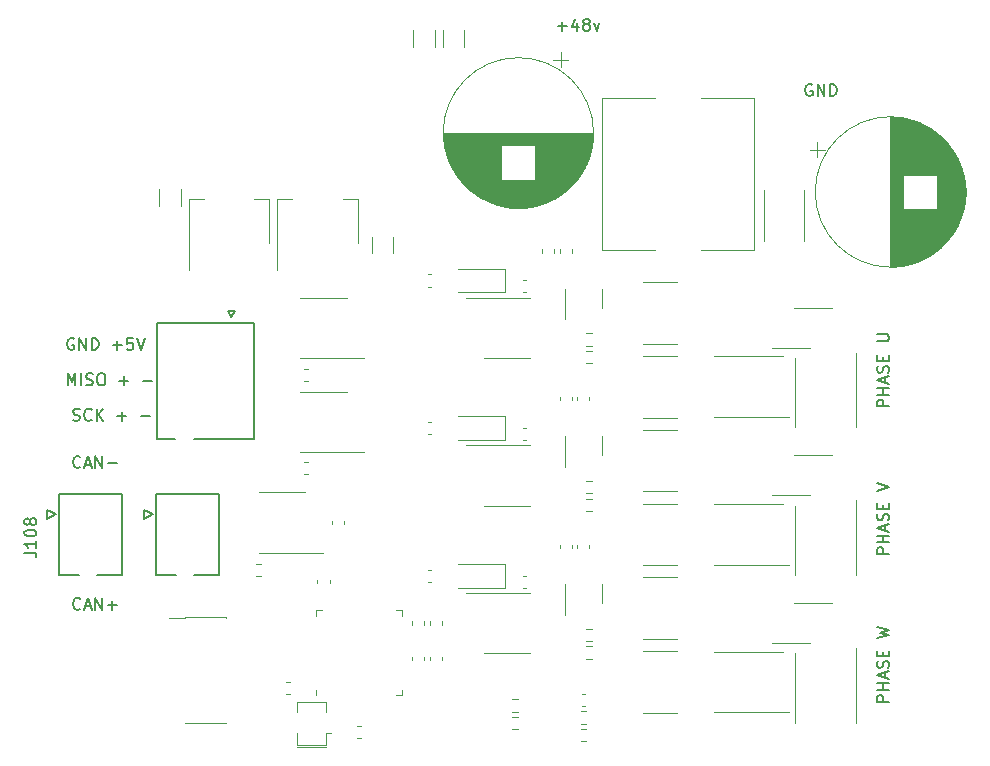
<source format=gbr>
%TF.GenerationSoftware,KiCad,Pcbnew,7.0.5-1.fc38*%
%TF.CreationDate,2023-06-18T19:22:27-04:00*%
%TF.ProjectId,radome_dish_controller,7261646f-6d65-45f6-9469-73685f636f6e,rev?*%
%TF.SameCoordinates,Original*%
%TF.FileFunction,Legend,Top*%
%TF.FilePolarity,Positive*%
%FSLAX46Y46*%
G04 Gerber Fmt 4.6, Leading zero omitted, Abs format (unit mm)*
G04 Created by KiCad (PCBNEW 7.0.5-1.fc38) date 2023-06-18 19:22:27*
%MOMM*%
%LPD*%
G01*
G04 APERTURE LIST*
%ADD10C,0.150000*%
%ADD11C,0.120000*%
%ADD12C,0.127000*%
G04 APERTURE END LIST*
D10*
X167369819Y-80163220D02*
X166369819Y-80163220D01*
X166369819Y-80163220D02*
X166369819Y-79782268D01*
X166369819Y-79782268D02*
X166417438Y-79687030D01*
X166417438Y-79687030D02*
X166465057Y-79639411D01*
X166465057Y-79639411D02*
X166560295Y-79591792D01*
X166560295Y-79591792D02*
X166703152Y-79591792D01*
X166703152Y-79591792D02*
X166798390Y-79639411D01*
X166798390Y-79639411D02*
X166846009Y-79687030D01*
X166846009Y-79687030D02*
X166893628Y-79782268D01*
X166893628Y-79782268D02*
X166893628Y-80163220D01*
X167369819Y-79163220D02*
X166369819Y-79163220D01*
X166846009Y-79163220D02*
X166846009Y-78591792D01*
X167369819Y-78591792D02*
X166369819Y-78591792D01*
X167084104Y-78163220D02*
X167084104Y-77687030D01*
X167369819Y-78258458D02*
X166369819Y-77925125D01*
X166369819Y-77925125D02*
X167369819Y-77591792D01*
X167322200Y-77306077D02*
X167369819Y-77163220D01*
X167369819Y-77163220D02*
X167369819Y-76925125D01*
X167369819Y-76925125D02*
X167322200Y-76829887D01*
X167322200Y-76829887D02*
X167274580Y-76782268D01*
X167274580Y-76782268D02*
X167179342Y-76734649D01*
X167179342Y-76734649D02*
X167084104Y-76734649D01*
X167084104Y-76734649D02*
X166988866Y-76782268D01*
X166988866Y-76782268D02*
X166941247Y-76829887D01*
X166941247Y-76829887D02*
X166893628Y-76925125D01*
X166893628Y-76925125D02*
X166846009Y-77115601D01*
X166846009Y-77115601D02*
X166798390Y-77210839D01*
X166798390Y-77210839D02*
X166750771Y-77258458D01*
X166750771Y-77258458D02*
X166655533Y-77306077D01*
X166655533Y-77306077D02*
X166560295Y-77306077D01*
X166560295Y-77306077D02*
X166465057Y-77258458D01*
X166465057Y-77258458D02*
X166417438Y-77210839D01*
X166417438Y-77210839D02*
X166369819Y-77115601D01*
X166369819Y-77115601D02*
X166369819Y-76877506D01*
X166369819Y-76877506D02*
X166417438Y-76734649D01*
X166846009Y-76306077D02*
X166846009Y-75972744D01*
X167369819Y-75829887D02*
X167369819Y-76306077D01*
X167369819Y-76306077D02*
X166369819Y-76306077D01*
X166369819Y-76306077D02*
X166369819Y-75829887D01*
X166369819Y-74734648D02*
X167369819Y-74496553D01*
X167369819Y-74496553D02*
X166655533Y-74306077D01*
X166655533Y-74306077D02*
X167369819Y-74115601D01*
X167369819Y-74115601D02*
X166369819Y-73877506D01*
X167369819Y-67663220D02*
X166369819Y-67663220D01*
X166369819Y-67663220D02*
X166369819Y-67282268D01*
X166369819Y-67282268D02*
X166417438Y-67187030D01*
X166417438Y-67187030D02*
X166465057Y-67139411D01*
X166465057Y-67139411D02*
X166560295Y-67091792D01*
X166560295Y-67091792D02*
X166703152Y-67091792D01*
X166703152Y-67091792D02*
X166798390Y-67139411D01*
X166798390Y-67139411D02*
X166846009Y-67187030D01*
X166846009Y-67187030D02*
X166893628Y-67282268D01*
X166893628Y-67282268D02*
X166893628Y-67663220D01*
X167369819Y-66663220D02*
X166369819Y-66663220D01*
X166846009Y-66663220D02*
X166846009Y-66091792D01*
X167369819Y-66091792D02*
X166369819Y-66091792D01*
X167084104Y-65663220D02*
X167084104Y-65187030D01*
X167369819Y-65758458D02*
X166369819Y-65425125D01*
X166369819Y-65425125D02*
X167369819Y-65091792D01*
X167322200Y-64806077D02*
X167369819Y-64663220D01*
X167369819Y-64663220D02*
X167369819Y-64425125D01*
X167369819Y-64425125D02*
X167322200Y-64329887D01*
X167322200Y-64329887D02*
X167274580Y-64282268D01*
X167274580Y-64282268D02*
X167179342Y-64234649D01*
X167179342Y-64234649D02*
X167084104Y-64234649D01*
X167084104Y-64234649D02*
X166988866Y-64282268D01*
X166988866Y-64282268D02*
X166941247Y-64329887D01*
X166941247Y-64329887D02*
X166893628Y-64425125D01*
X166893628Y-64425125D02*
X166846009Y-64615601D01*
X166846009Y-64615601D02*
X166798390Y-64710839D01*
X166798390Y-64710839D02*
X166750771Y-64758458D01*
X166750771Y-64758458D02*
X166655533Y-64806077D01*
X166655533Y-64806077D02*
X166560295Y-64806077D01*
X166560295Y-64806077D02*
X166465057Y-64758458D01*
X166465057Y-64758458D02*
X166417438Y-64710839D01*
X166417438Y-64710839D02*
X166369819Y-64615601D01*
X166369819Y-64615601D02*
X166369819Y-64377506D01*
X166369819Y-64377506D02*
X166417438Y-64234649D01*
X166846009Y-63806077D02*
X166846009Y-63472744D01*
X167369819Y-63329887D02*
X167369819Y-63806077D01*
X167369819Y-63806077D02*
X166369819Y-63806077D01*
X166369819Y-63806077D02*
X166369819Y-63329887D01*
X166369819Y-62282267D02*
X167369819Y-61948934D01*
X167369819Y-61948934D02*
X166369819Y-61615601D01*
X167369819Y-55163220D02*
X166369819Y-55163220D01*
X166369819Y-55163220D02*
X166369819Y-54782268D01*
X166369819Y-54782268D02*
X166417438Y-54687030D01*
X166417438Y-54687030D02*
X166465057Y-54639411D01*
X166465057Y-54639411D02*
X166560295Y-54591792D01*
X166560295Y-54591792D02*
X166703152Y-54591792D01*
X166703152Y-54591792D02*
X166798390Y-54639411D01*
X166798390Y-54639411D02*
X166846009Y-54687030D01*
X166846009Y-54687030D02*
X166893628Y-54782268D01*
X166893628Y-54782268D02*
X166893628Y-55163220D01*
X167369819Y-54163220D02*
X166369819Y-54163220D01*
X166846009Y-54163220D02*
X166846009Y-53591792D01*
X167369819Y-53591792D02*
X166369819Y-53591792D01*
X167084104Y-53163220D02*
X167084104Y-52687030D01*
X167369819Y-53258458D02*
X166369819Y-52925125D01*
X166369819Y-52925125D02*
X167369819Y-52591792D01*
X167322200Y-52306077D02*
X167369819Y-52163220D01*
X167369819Y-52163220D02*
X167369819Y-51925125D01*
X167369819Y-51925125D02*
X167322200Y-51829887D01*
X167322200Y-51829887D02*
X167274580Y-51782268D01*
X167274580Y-51782268D02*
X167179342Y-51734649D01*
X167179342Y-51734649D02*
X167084104Y-51734649D01*
X167084104Y-51734649D02*
X166988866Y-51782268D01*
X166988866Y-51782268D02*
X166941247Y-51829887D01*
X166941247Y-51829887D02*
X166893628Y-51925125D01*
X166893628Y-51925125D02*
X166846009Y-52115601D01*
X166846009Y-52115601D02*
X166798390Y-52210839D01*
X166798390Y-52210839D02*
X166750771Y-52258458D01*
X166750771Y-52258458D02*
X166655533Y-52306077D01*
X166655533Y-52306077D02*
X166560295Y-52306077D01*
X166560295Y-52306077D02*
X166465057Y-52258458D01*
X166465057Y-52258458D02*
X166417438Y-52210839D01*
X166417438Y-52210839D02*
X166369819Y-52115601D01*
X166369819Y-52115601D02*
X166369819Y-51877506D01*
X166369819Y-51877506D02*
X166417438Y-51734649D01*
X166846009Y-51306077D02*
X166846009Y-50972744D01*
X167369819Y-50829887D02*
X167369819Y-51306077D01*
X167369819Y-51306077D02*
X166369819Y-51306077D01*
X166369819Y-51306077D02*
X166369819Y-50829887D01*
X166369819Y-49639410D02*
X167179342Y-49639410D01*
X167179342Y-49639410D02*
X167274580Y-49591791D01*
X167274580Y-49591791D02*
X167322200Y-49544172D01*
X167322200Y-49544172D02*
X167369819Y-49448934D01*
X167369819Y-49448934D02*
X167369819Y-49258458D01*
X167369819Y-49258458D02*
X167322200Y-49163220D01*
X167322200Y-49163220D02*
X167274580Y-49115601D01*
X167274580Y-49115601D02*
X167179342Y-49067982D01*
X167179342Y-49067982D02*
X166369819Y-49067982D01*
X160860588Y-27917438D02*
X160765350Y-27869819D01*
X160765350Y-27869819D02*
X160622493Y-27869819D01*
X160622493Y-27869819D02*
X160479636Y-27917438D01*
X160479636Y-27917438D02*
X160384398Y-28012676D01*
X160384398Y-28012676D02*
X160336779Y-28107914D01*
X160336779Y-28107914D02*
X160289160Y-28298390D01*
X160289160Y-28298390D02*
X160289160Y-28441247D01*
X160289160Y-28441247D02*
X160336779Y-28631723D01*
X160336779Y-28631723D02*
X160384398Y-28726961D01*
X160384398Y-28726961D02*
X160479636Y-28822200D01*
X160479636Y-28822200D02*
X160622493Y-28869819D01*
X160622493Y-28869819D02*
X160717731Y-28869819D01*
X160717731Y-28869819D02*
X160860588Y-28822200D01*
X160860588Y-28822200D02*
X160908207Y-28774580D01*
X160908207Y-28774580D02*
X160908207Y-28441247D01*
X160908207Y-28441247D02*
X160717731Y-28441247D01*
X161336779Y-28869819D02*
X161336779Y-27869819D01*
X161336779Y-27869819D02*
X161908207Y-28869819D01*
X161908207Y-28869819D02*
X161908207Y-27869819D01*
X162384398Y-28869819D02*
X162384398Y-27869819D01*
X162384398Y-27869819D02*
X162622493Y-27869819D01*
X162622493Y-27869819D02*
X162765350Y-27917438D01*
X162765350Y-27917438D02*
X162860588Y-28012676D01*
X162860588Y-28012676D02*
X162908207Y-28107914D01*
X162908207Y-28107914D02*
X162955826Y-28298390D01*
X162955826Y-28298390D02*
X162955826Y-28441247D01*
X162955826Y-28441247D02*
X162908207Y-28631723D01*
X162908207Y-28631723D02*
X162860588Y-28726961D01*
X162860588Y-28726961D02*
X162765350Y-28822200D01*
X162765350Y-28822200D02*
X162622493Y-28869819D01*
X162622493Y-28869819D02*
X162384398Y-28869819D01*
X139336779Y-22988866D02*
X140098684Y-22988866D01*
X139717731Y-23369819D02*
X139717731Y-22607914D01*
X141003445Y-22703152D02*
X141003445Y-23369819D01*
X140765350Y-22322200D02*
X140527255Y-23036485D01*
X140527255Y-23036485D02*
X141146302Y-23036485D01*
X141670112Y-22798390D02*
X141574874Y-22750771D01*
X141574874Y-22750771D02*
X141527255Y-22703152D01*
X141527255Y-22703152D02*
X141479636Y-22607914D01*
X141479636Y-22607914D02*
X141479636Y-22560295D01*
X141479636Y-22560295D02*
X141527255Y-22465057D01*
X141527255Y-22465057D02*
X141574874Y-22417438D01*
X141574874Y-22417438D02*
X141670112Y-22369819D01*
X141670112Y-22369819D02*
X141860588Y-22369819D01*
X141860588Y-22369819D02*
X141955826Y-22417438D01*
X141955826Y-22417438D02*
X142003445Y-22465057D01*
X142003445Y-22465057D02*
X142051064Y-22560295D01*
X142051064Y-22560295D02*
X142051064Y-22607914D01*
X142051064Y-22607914D02*
X142003445Y-22703152D01*
X142003445Y-22703152D02*
X141955826Y-22750771D01*
X141955826Y-22750771D02*
X141860588Y-22798390D01*
X141860588Y-22798390D02*
X141670112Y-22798390D01*
X141670112Y-22798390D02*
X141574874Y-22846009D01*
X141574874Y-22846009D02*
X141527255Y-22893628D01*
X141527255Y-22893628D02*
X141479636Y-22988866D01*
X141479636Y-22988866D02*
X141479636Y-23179342D01*
X141479636Y-23179342D02*
X141527255Y-23274580D01*
X141527255Y-23274580D02*
X141574874Y-23322200D01*
X141574874Y-23322200D02*
X141670112Y-23369819D01*
X141670112Y-23369819D02*
X141860588Y-23369819D01*
X141860588Y-23369819D02*
X141955826Y-23322200D01*
X141955826Y-23322200D02*
X142003445Y-23274580D01*
X142003445Y-23274580D02*
X142051064Y-23179342D01*
X142051064Y-23179342D02*
X142051064Y-22988866D01*
X142051064Y-22988866D02*
X142003445Y-22893628D01*
X142003445Y-22893628D02*
X141955826Y-22846009D01*
X141955826Y-22846009D02*
X141860588Y-22798390D01*
X142384398Y-22703152D02*
X142622493Y-23369819D01*
X142622493Y-23369819D02*
X142860588Y-22703152D01*
X98289160Y-56322200D02*
X98432017Y-56369819D01*
X98432017Y-56369819D02*
X98670112Y-56369819D01*
X98670112Y-56369819D02*
X98765350Y-56322200D01*
X98765350Y-56322200D02*
X98812969Y-56274580D01*
X98812969Y-56274580D02*
X98860588Y-56179342D01*
X98860588Y-56179342D02*
X98860588Y-56084104D01*
X98860588Y-56084104D02*
X98812969Y-55988866D01*
X98812969Y-55988866D02*
X98765350Y-55941247D01*
X98765350Y-55941247D02*
X98670112Y-55893628D01*
X98670112Y-55893628D02*
X98479636Y-55846009D01*
X98479636Y-55846009D02*
X98384398Y-55798390D01*
X98384398Y-55798390D02*
X98336779Y-55750771D01*
X98336779Y-55750771D02*
X98289160Y-55655533D01*
X98289160Y-55655533D02*
X98289160Y-55560295D01*
X98289160Y-55560295D02*
X98336779Y-55465057D01*
X98336779Y-55465057D02*
X98384398Y-55417438D01*
X98384398Y-55417438D02*
X98479636Y-55369819D01*
X98479636Y-55369819D02*
X98717731Y-55369819D01*
X98717731Y-55369819D02*
X98860588Y-55417438D01*
X99860588Y-56274580D02*
X99812969Y-56322200D01*
X99812969Y-56322200D02*
X99670112Y-56369819D01*
X99670112Y-56369819D02*
X99574874Y-56369819D01*
X99574874Y-56369819D02*
X99432017Y-56322200D01*
X99432017Y-56322200D02*
X99336779Y-56226961D01*
X99336779Y-56226961D02*
X99289160Y-56131723D01*
X99289160Y-56131723D02*
X99241541Y-55941247D01*
X99241541Y-55941247D02*
X99241541Y-55798390D01*
X99241541Y-55798390D02*
X99289160Y-55607914D01*
X99289160Y-55607914D02*
X99336779Y-55512676D01*
X99336779Y-55512676D02*
X99432017Y-55417438D01*
X99432017Y-55417438D02*
X99574874Y-55369819D01*
X99574874Y-55369819D02*
X99670112Y-55369819D01*
X99670112Y-55369819D02*
X99812969Y-55417438D01*
X99812969Y-55417438D02*
X99860588Y-55465057D01*
X100289160Y-56369819D02*
X100289160Y-55369819D01*
X100860588Y-56369819D02*
X100432017Y-55798390D01*
X100860588Y-55369819D02*
X100289160Y-55941247D01*
X102051065Y-55988866D02*
X102812970Y-55988866D01*
X102432017Y-56369819D02*
X102432017Y-55607914D01*
X104051065Y-55988866D02*
X104812970Y-55988866D01*
X97836779Y-53369819D02*
X97836779Y-52369819D01*
X97836779Y-52369819D02*
X98170112Y-53084104D01*
X98170112Y-53084104D02*
X98503445Y-52369819D01*
X98503445Y-52369819D02*
X98503445Y-53369819D01*
X98979636Y-53369819D02*
X98979636Y-52369819D01*
X99408207Y-53322200D02*
X99551064Y-53369819D01*
X99551064Y-53369819D02*
X99789159Y-53369819D01*
X99789159Y-53369819D02*
X99884397Y-53322200D01*
X99884397Y-53322200D02*
X99932016Y-53274580D01*
X99932016Y-53274580D02*
X99979635Y-53179342D01*
X99979635Y-53179342D02*
X99979635Y-53084104D01*
X99979635Y-53084104D02*
X99932016Y-52988866D01*
X99932016Y-52988866D02*
X99884397Y-52941247D01*
X99884397Y-52941247D02*
X99789159Y-52893628D01*
X99789159Y-52893628D02*
X99598683Y-52846009D01*
X99598683Y-52846009D02*
X99503445Y-52798390D01*
X99503445Y-52798390D02*
X99455826Y-52750771D01*
X99455826Y-52750771D02*
X99408207Y-52655533D01*
X99408207Y-52655533D02*
X99408207Y-52560295D01*
X99408207Y-52560295D02*
X99455826Y-52465057D01*
X99455826Y-52465057D02*
X99503445Y-52417438D01*
X99503445Y-52417438D02*
X99598683Y-52369819D01*
X99598683Y-52369819D02*
X99836778Y-52369819D01*
X99836778Y-52369819D02*
X99979635Y-52417438D01*
X100598683Y-52369819D02*
X100789159Y-52369819D01*
X100789159Y-52369819D02*
X100884397Y-52417438D01*
X100884397Y-52417438D02*
X100979635Y-52512676D01*
X100979635Y-52512676D02*
X101027254Y-52703152D01*
X101027254Y-52703152D02*
X101027254Y-53036485D01*
X101027254Y-53036485D02*
X100979635Y-53226961D01*
X100979635Y-53226961D02*
X100884397Y-53322200D01*
X100884397Y-53322200D02*
X100789159Y-53369819D01*
X100789159Y-53369819D02*
X100598683Y-53369819D01*
X100598683Y-53369819D02*
X100503445Y-53322200D01*
X100503445Y-53322200D02*
X100408207Y-53226961D01*
X100408207Y-53226961D02*
X100360588Y-53036485D01*
X100360588Y-53036485D02*
X100360588Y-52703152D01*
X100360588Y-52703152D02*
X100408207Y-52512676D01*
X100408207Y-52512676D02*
X100503445Y-52417438D01*
X100503445Y-52417438D02*
X100598683Y-52369819D01*
X102217731Y-52988866D02*
X102979636Y-52988866D01*
X102598683Y-53369819D02*
X102598683Y-52607914D01*
X104217731Y-52988866D02*
X104979636Y-52988866D01*
X98360588Y-49417438D02*
X98265350Y-49369819D01*
X98265350Y-49369819D02*
X98122493Y-49369819D01*
X98122493Y-49369819D02*
X97979636Y-49417438D01*
X97979636Y-49417438D02*
X97884398Y-49512676D01*
X97884398Y-49512676D02*
X97836779Y-49607914D01*
X97836779Y-49607914D02*
X97789160Y-49798390D01*
X97789160Y-49798390D02*
X97789160Y-49941247D01*
X97789160Y-49941247D02*
X97836779Y-50131723D01*
X97836779Y-50131723D02*
X97884398Y-50226961D01*
X97884398Y-50226961D02*
X97979636Y-50322200D01*
X97979636Y-50322200D02*
X98122493Y-50369819D01*
X98122493Y-50369819D02*
X98217731Y-50369819D01*
X98217731Y-50369819D02*
X98360588Y-50322200D01*
X98360588Y-50322200D02*
X98408207Y-50274580D01*
X98408207Y-50274580D02*
X98408207Y-49941247D01*
X98408207Y-49941247D02*
X98217731Y-49941247D01*
X98836779Y-50369819D02*
X98836779Y-49369819D01*
X98836779Y-49369819D02*
X99408207Y-50369819D01*
X99408207Y-50369819D02*
X99408207Y-49369819D01*
X99884398Y-50369819D02*
X99884398Y-49369819D01*
X99884398Y-49369819D02*
X100122493Y-49369819D01*
X100122493Y-49369819D02*
X100265350Y-49417438D01*
X100265350Y-49417438D02*
X100360588Y-49512676D01*
X100360588Y-49512676D02*
X100408207Y-49607914D01*
X100408207Y-49607914D02*
X100455826Y-49798390D01*
X100455826Y-49798390D02*
X100455826Y-49941247D01*
X100455826Y-49941247D02*
X100408207Y-50131723D01*
X100408207Y-50131723D02*
X100360588Y-50226961D01*
X100360588Y-50226961D02*
X100265350Y-50322200D01*
X100265350Y-50322200D02*
X100122493Y-50369819D01*
X100122493Y-50369819D02*
X99884398Y-50369819D01*
X101646303Y-49988866D02*
X102408208Y-49988866D01*
X102027255Y-50369819D02*
X102027255Y-49607914D01*
X103360588Y-49369819D02*
X102884398Y-49369819D01*
X102884398Y-49369819D02*
X102836779Y-49846009D01*
X102836779Y-49846009D02*
X102884398Y-49798390D01*
X102884398Y-49798390D02*
X102979636Y-49750771D01*
X102979636Y-49750771D02*
X103217731Y-49750771D01*
X103217731Y-49750771D02*
X103312969Y-49798390D01*
X103312969Y-49798390D02*
X103360588Y-49846009D01*
X103360588Y-49846009D02*
X103408207Y-49941247D01*
X103408207Y-49941247D02*
X103408207Y-50179342D01*
X103408207Y-50179342D02*
X103360588Y-50274580D01*
X103360588Y-50274580D02*
X103312969Y-50322200D01*
X103312969Y-50322200D02*
X103217731Y-50369819D01*
X103217731Y-50369819D02*
X102979636Y-50369819D01*
X102979636Y-50369819D02*
X102884398Y-50322200D01*
X102884398Y-50322200D02*
X102836779Y-50274580D01*
X103693922Y-49369819D02*
X104027255Y-50369819D01*
X104027255Y-50369819D02*
X104360588Y-49369819D01*
X98908207Y-60274580D02*
X98860588Y-60322200D01*
X98860588Y-60322200D02*
X98717731Y-60369819D01*
X98717731Y-60369819D02*
X98622493Y-60369819D01*
X98622493Y-60369819D02*
X98479636Y-60322200D01*
X98479636Y-60322200D02*
X98384398Y-60226961D01*
X98384398Y-60226961D02*
X98336779Y-60131723D01*
X98336779Y-60131723D02*
X98289160Y-59941247D01*
X98289160Y-59941247D02*
X98289160Y-59798390D01*
X98289160Y-59798390D02*
X98336779Y-59607914D01*
X98336779Y-59607914D02*
X98384398Y-59512676D01*
X98384398Y-59512676D02*
X98479636Y-59417438D01*
X98479636Y-59417438D02*
X98622493Y-59369819D01*
X98622493Y-59369819D02*
X98717731Y-59369819D01*
X98717731Y-59369819D02*
X98860588Y-59417438D01*
X98860588Y-59417438D02*
X98908207Y-59465057D01*
X99289160Y-60084104D02*
X99765350Y-60084104D01*
X99193922Y-60369819D02*
X99527255Y-59369819D01*
X99527255Y-59369819D02*
X99860588Y-60369819D01*
X100193922Y-60369819D02*
X100193922Y-59369819D01*
X100193922Y-59369819D02*
X100765350Y-60369819D01*
X100765350Y-60369819D02*
X100765350Y-59369819D01*
X101241541Y-59988866D02*
X102003446Y-59988866D01*
X98908207Y-72274580D02*
X98860588Y-72322200D01*
X98860588Y-72322200D02*
X98717731Y-72369819D01*
X98717731Y-72369819D02*
X98622493Y-72369819D01*
X98622493Y-72369819D02*
X98479636Y-72322200D01*
X98479636Y-72322200D02*
X98384398Y-72226961D01*
X98384398Y-72226961D02*
X98336779Y-72131723D01*
X98336779Y-72131723D02*
X98289160Y-71941247D01*
X98289160Y-71941247D02*
X98289160Y-71798390D01*
X98289160Y-71798390D02*
X98336779Y-71607914D01*
X98336779Y-71607914D02*
X98384398Y-71512676D01*
X98384398Y-71512676D02*
X98479636Y-71417438D01*
X98479636Y-71417438D02*
X98622493Y-71369819D01*
X98622493Y-71369819D02*
X98717731Y-71369819D01*
X98717731Y-71369819D02*
X98860588Y-71417438D01*
X98860588Y-71417438D02*
X98908207Y-71465057D01*
X99289160Y-72084104D02*
X99765350Y-72084104D01*
X99193922Y-72369819D02*
X99527255Y-71369819D01*
X99527255Y-71369819D02*
X99860588Y-72369819D01*
X100193922Y-72369819D02*
X100193922Y-71369819D01*
X100193922Y-71369819D02*
X100765350Y-72369819D01*
X100765350Y-72369819D02*
X100765350Y-71369819D01*
X101241541Y-71988866D02*
X102003446Y-71988866D01*
X101622493Y-72369819D02*
X101622493Y-71607914D01*
%TO.C,J108*%
X94183019Y-67535714D02*
X94897304Y-67535714D01*
X94897304Y-67535714D02*
X95040161Y-67583333D01*
X95040161Y-67583333D02*
X95135400Y-67678571D01*
X95135400Y-67678571D02*
X95183019Y-67821428D01*
X95183019Y-67821428D02*
X95183019Y-67916666D01*
X95183019Y-66535714D02*
X95183019Y-67107142D01*
X95183019Y-66821428D02*
X94183019Y-66821428D01*
X94183019Y-66821428D02*
X94325876Y-66916666D01*
X94325876Y-66916666D02*
X94421114Y-67011904D01*
X94421114Y-67011904D02*
X94468733Y-67107142D01*
X94183019Y-65916666D02*
X94183019Y-65821428D01*
X94183019Y-65821428D02*
X94230638Y-65726190D01*
X94230638Y-65726190D02*
X94278257Y-65678571D01*
X94278257Y-65678571D02*
X94373495Y-65630952D01*
X94373495Y-65630952D02*
X94563971Y-65583333D01*
X94563971Y-65583333D02*
X94802066Y-65583333D01*
X94802066Y-65583333D02*
X94992542Y-65630952D01*
X94992542Y-65630952D02*
X95087780Y-65678571D01*
X95087780Y-65678571D02*
X95135400Y-65726190D01*
X95135400Y-65726190D02*
X95183019Y-65821428D01*
X95183019Y-65821428D02*
X95183019Y-65916666D01*
X95183019Y-65916666D02*
X95135400Y-66011904D01*
X95135400Y-66011904D02*
X95087780Y-66059523D01*
X95087780Y-66059523D02*
X94992542Y-66107142D01*
X94992542Y-66107142D02*
X94802066Y-66154761D01*
X94802066Y-66154761D02*
X94563971Y-66154761D01*
X94563971Y-66154761D02*
X94373495Y-66107142D01*
X94373495Y-66107142D02*
X94278257Y-66059523D01*
X94278257Y-66059523D02*
X94230638Y-66011904D01*
X94230638Y-66011904D02*
X94183019Y-65916666D01*
X94611590Y-65011904D02*
X94563971Y-65107142D01*
X94563971Y-65107142D02*
X94516352Y-65154761D01*
X94516352Y-65154761D02*
X94421114Y-65202380D01*
X94421114Y-65202380D02*
X94373495Y-65202380D01*
X94373495Y-65202380D02*
X94278257Y-65154761D01*
X94278257Y-65154761D02*
X94230638Y-65107142D01*
X94230638Y-65107142D02*
X94183019Y-65011904D01*
X94183019Y-65011904D02*
X94183019Y-64821428D01*
X94183019Y-64821428D02*
X94230638Y-64726190D01*
X94230638Y-64726190D02*
X94278257Y-64678571D01*
X94278257Y-64678571D02*
X94373495Y-64630952D01*
X94373495Y-64630952D02*
X94421114Y-64630952D01*
X94421114Y-64630952D02*
X94516352Y-64678571D01*
X94516352Y-64678571D02*
X94563971Y-64726190D01*
X94563971Y-64726190D02*
X94611590Y-64821428D01*
X94611590Y-64821428D02*
X94611590Y-65011904D01*
X94611590Y-65011904D02*
X94659209Y-65107142D01*
X94659209Y-65107142D02*
X94706828Y-65154761D01*
X94706828Y-65154761D02*
X94802066Y-65202380D01*
X94802066Y-65202380D02*
X94992542Y-65202380D01*
X94992542Y-65202380D02*
X95087780Y-65154761D01*
X95087780Y-65154761D02*
X95135400Y-65107142D01*
X95135400Y-65107142D02*
X95183019Y-65011904D01*
X95183019Y-65011904D02*
X95183019Y-64821428D01*
X95183019Y-64821428D02*
X95135400Y-64726190D01*
X95135400Y-64726190D02*
X95087780Y-64678571D01*
X95087780Y-64678571D02*
X94992542Y-64630952D01*
X94992542Y-64630952D02*
X94802066Y-64630952D01*
X94802066Y-64630952D02*
X94706828Y-64678571D01*
X94706828Y-64678571D02*
X94659209Y-64726190D01*
X94659209Y-64726190D02*
X94611590Y-64821428D01*
D11*
%TO.C,R312*%
X141737258Y-83522500D02*
X141262742Y-83522500D01*
X141737258Y-82477500D02*
X141262742Y-82477500D01*
%TO.C,C308*%
X139490000Y-54640580D02*
X139490000Y-54359420D01*
X140510000Y-54640580D02*
X140510000Y-54359420D01*
%TO.C,U201*%
X126110000Y-79610000D02*
X125635000Y-79610000D01*
X118890000Y-79135000D02*
X118890000Y-79610000D01*
X126110000Y-79135000D02*
X126110000Y-79610000D01*
X118890000Y-72865000D02*
X118890000Y-72390000D01*
X126110000Y-72865000D02*
X126110000Y-72390000D01*
X118890000Y-72390000D02*
X119365000Y-72390000D01*
X126110000Y-72390000D02*
X125635000Y-72390000D01*
%TO.C,Q302*%
X164570000Y-50600000D02*
X164570000Y-56945000D01*
X159430000Y-51055000D02*
X159430000Y-56945000D01*
%TO.C,U302*%
X135000000Y-58440000D02*
X131550000Y-58440000D01*
X135000000Y-58440000D02*
X136950000Y-58440000D01*
X135000000Y-63560000D02*
X133050000Y-63560000D01*
X135000000Y-63560000D02*
X136950000Y-63560000D01*
%TO.C,R306*%
X141762742Y-75477500D02*
X142237258Y-75477500D01*
X141762742Y-76522500D02*
X142237258Y-76522500D01*
%TO.C,D302*%
X134860000Y-58000000D02*
X134860000Y-56000000D01*
X134860000Y-58000000D02*
X130850000Y-58000000D01*
X134860000Y-56000000D02*
X130850000Y-56000000D01*
%TO.C,R304*%
X141762742Y-62977500D02*
X142237258Y-62977500D01*
X141762742Y-64022500D02*
X142237258Y-64022500D01*
%TO.C,L101*%
X155950000Y-29050000D02*
X155950000Y-41950000D01*
X151450000Y-29050000D02*
X155950000Y-29050000D01*
X147550000Y-29050000D02*
X143050000Y-29050000D01*
X143050000Y-29050000D02*
X143050000Y-41950000D01*
X155950000Y-41950000D02*
X151450000Y-41950000D01*
X143050000Y-41950000D02*
X147550000Y-41950000D01*
%TO.C,R309*%
X162540000Y-71800000D02*
X159340000Y-71800000D01*
X160660000Y-75200000D02*
X157460000Y-75200000D01*
%TO.C,C103*%
X149415748Y-56110000D02*
X146584252Y-56110000D01*
X149415748Y-50890000D02*
X146584252Y-50890000D01*
%TO.C,U202*%
X116000000Y-67560000D02*
X119450000Y-67560000D01*
X116000000Y-67560000D02*
X114050000Y-67560000D01*
X116000000Y-62440000D02*
X117950000Y-62440000D01*
X116000000Y-62440000D02*
X114050000Y-62440000D01*
D12*
%TO.C,J106*%
X105370000Y-57925000D02*
X105370000Y-53700000D01*
X106950000Y-57925000D02*
X105370000Y-57925000D01*
X113630000Y-57925000D02*
X108500000Y-57925000D01*
X105370000Y-53700000D02*
X105370000Y-52300000D01*
X105370000Y-52300000D02*
X105370000Y-48075000D01*
X105370000Y-48075000D02*
X113630000Y-48075000D01*
X113630000Y-48075000D02*
X113630000Y-57925000D01*
X111700000Y-47600000D02*
X111400000Y-47100000D01*
X111400000Y-47100000D02*
X112000000Y-47100000D01*
X112000000Y-47100000D02*
X111700000Y-47600000D01*
D11*
%TO.C,U105*%
X108090000Y-43600000D02*
X108090000Y-37590000D01*
X114910000Y-41350000D02*
X114910000Y-37590000D01*
X108090000Y-37590000D02*
X109350000Y-37590000D01*
X114910000Y-37590000D02*
X113650000Y-37590000D01*
%TO.C,C203*%
X129510000Y-76359420D02*
X129510000Y-76640580D01*
X128490000Y-76359420D02*
X128490000Y-76640580D01*
%TO.C,R305*%
X141762742Y-73977500D02*
X142237258Y-73977500D01*
X141762742Y-75022500D02*
X142237258Y-75022500D01*
%TO.C,D303*%
X134860000Y-70500000D02*
X134860000Y-68500000D01*
X134860000Y-70500000D02*
X130850000Y-70500000D01*
X134860000Y-68500000D02*
X130850000Y-68500000D01*
%TO.C,C204*%
X129510000Y-73359420D02*
X129510000Y-73640580D01*
X128490000Y-73359420D02*
X128490000Y-73640580D01*
%TO.C,C310*%
X128640580Y-57510000D02*
X128359420Y-57510000D01*
X128640580Y-56490000D02*
X128359420Y-56490000D01*
%TO.C,C304*%
X141359420Y-79490000D02*
X141640580Y-79490000D01*
X141359420Y-80510000D02*
X141640580Y-80510000D01*
%TO.C,R311*%
X135974516Y-82500000D02*
X135500000Y-82500000D01*
X135974516Y-81455000D02*
X135500000Y-81455000D01*
%TO.C,C313*%
X140990000Y-67140580D02*
X140990000Y-66859420D01*
X142010000Y-67140580D02*
X142010000Y-66859420D01*
%TO.C,Q305*%
X158900000Y-81070000D02*
X152555000Y-81070000D01*
X158445000Y-75930000D02*
X152555000Y-75930000D01*
%TO.C,C106*%
X149415748Y-68610000D02*
X146584252Y-68610000D01*
X149415748Y-63390000D02*
X146584252Y-63390000D01*
D12*
%TO.C,J107*%
X105335000Y-69425000D02*
X107035000Y-69425000D01*
X105335000Y-69425000D02*
X105335000Y-62575000D01*
X108535000Y-69425000D02*
X110665000Y-69425000D01*
X104285000Y-64700000D02*
X104285000Y-63900000D01*
X105085000Y-64300000D02*
X104285000Y-64700000D01*
X104285000Y-63900000D02*
X105085000Y-64300000D01*
X105335000Y-62575000D02*
X110665000Y-62575000D01*
X110665000Y-62575000D02*
X110665000Y-69425000D01*
D11*
%TO.C,FB201*%
X126990000Y-73662779D02*
X126990000Y-73337221D01*
X128010000Y-73662779D02*
X128010000Y-73337221D01*
%TO.C,C202*%
X116640580Y-79510000D02*
X116359420Y-79510000D01*
X116640580Y-78490000D02*
X116359420Y-78490000D01*
%TO.C,C107*%
X131410000Y-23288748D02*
X131410000Y-24711252D01*
X129590000Y-23288748D02*
X129590000Y-24711252D01*
%TO.C,D301*%
X134860000Y-45500000D02*
X134860000Y-43500000D01*
X134860000Y-45500000D02*
X130850000Y-45500000D01*
X134860000Y-43500000D02*
X130850000Y-43500000D01*
%TO.C,Q301*%
X158900000Y-56070000D02*
X152555000Y-56070000D01*
X158445000Y-50930000D02*
X152555000Y-50930000D01*
%TO.C,U305*%
X139940000Y-58500000D02*
X139940000Y-60300000D01*
X139940000Y-58500000D02*
X139940000Y-57700000D01*
X143060000Y-58500000D02*
X143060000Y-59300000D01*
X143060000Y-58500000D02*
X143060000Y-57700000D01*
%TO.C,C109*%
X149415748Y-81110000D02*
X146584252Y-81110000D01*
X149415748Y-75890000D02*
X146584252Y-75890000D01*
%TO.C,C309*%
X140990000Y-54640580D02*
X140990000Y-54359420D01*
X142010000Y-54640580D02*
X142010000Y-54359420D01*
%TO.C,C110*%
X128910000Y-23288748D02*
X128910000Y-24711252D01*
X127090000Y-23288748D02*
X127090000Y-24711252D01*
%TO.C,U303*%
X135000000Y-70940000D02*
X131550000Y-70940000D01*
X135000000Y-70940000D02*
X136950000Y-70940000D01*
X135000000Y-76060000D02*
X133050000Y-76060000D01*
X135000000Y-76060000D02*
X136950000Y-76060000D01*
%TO.C,R310*%
X135500000Y-79955000D02*
X135974516Y-79955000D01*
X135500000Y-81000000D02*
X135974516Y-81000000D01*
%TO.C,R313*%
X141262742Y-80977500D02*
X141737258Y-80977500D01*
X141262742Y-82022500D02*
X141737258Y-82022500D01*
%TO.C,Q303*%
X158900000Y-68570000D02*
X152555000Y-68570000D01*
X158445000Y-63430000D02*
X152555000Y-63430000D01*
%TO.C,R303*%
X141762742Y-61477500D02*
X142237258Y-61477500D01*
X141762742Y-62522500D02*
X142237258Y-62522500D01*
%TO.C,C307*%
X128640580Y-45010000D02*
X128359420Y-45010000D01*
X128640580Y-43990000D02*
X128359420Y-43990000D01*
%TO.C,C303*%
X136640580Y-70510000D02*
X136359420Y-70510000D01*
X136640580Y-69490000D02*
X136359420Y-69490000D01*
%TO.C,R307*%
X162540000Y-46800000D02*
X159340000Y-46800000D01*
X160660000Y-50200000D02*
X157460000Y-50200000D01*
%TO.C,C113*%
X117884420Y-59895000D02*
X118165580Y-59895000D01*
X117884420Y-60915000D02*
X118165580Y-60915000D01*
%TO.C,Q306*%
X164570000Y-75600000D02*
X164570000Y-81945000D01*
X159430000Y-76055000D02*
X159430000Y-81945000D01*
%TO.C,R101*%
X156790000Y-41177064D02*
X156790000Y-36822936D01*
X160210000Y-41177064D02*
X160210000Y-36822936D01*
%TO.C,U301*%
X135000000Y-45940000D02*
X131550000Y-45940000D01*
X135000000Y-45940000D02*
X136950000Y-45940000D01*
X135000000Y-51060000D02*
X133050000Y-51060000D01*
X135000000Y-51060000D02*
X136950000Y-51060000D01*
%TO.C,C101*%
X160682918Y-33425000D02*
X161932918Y-33425000D01*
X161307918Y-32800000D02*
X161307918Y-34050000D01*
X167500000Y-30670000D02*
X167500000Y-43330000D01*
X167540000Y-30670000D02*
X167540000Y-43330000D01*
X167580000Y-30670000D02*
X167580000Y-43330000D01*
X167620000Y-30671000D02*
X167620000Y-43329000D01*
X167660000Y-30672000D02*
X167660000Y-43328000D01*
X167700000Y-30673000D02*
X167700000Y-43327000D01*
X167740000Y-30674000D02*
X167740000Y-43326000D01*
X167780000Y-30676000D02*
X167780000Y-43324000D01*
X167820000Y-30678000D02*
X167820000Y-43322000D01*
X167860000Y-30680000D02*
X167860000Y-43320000D01*
X167900000Y-30682000D02*
X167900000Y-43318000D01*
X167940000Y-30685000D02*
X167940000Y-43315000D01*
X167980000Y-30688000D02*
X167980000Y-43312000D01*
X168020000Y-30691000D02*
X168020000Y-43309000D01*
X168060000Y-30694000D02*
X168060000Y-43306000D01*
X168100000Y-30698000D02*
X168100000Y-43302000D01*
X168140000Y-30702000D02*
X168140000Y-43298000D01*
X168180000Y-30706000D02*
X168180000Y-43294000D01*
X168221000Y-30710000D02*
X168221000Y-43290000D01*
X168261000Y-30715000D02*
X168261000Y-43285000D01*
X168301000Y-30720000D02*
X168301000Y-43280000D01*
X168341000Y-30725000D02*
X168341000Y-43275000D01*
X168381000Y-30731000D02*
X168381000Y-43269000D01*
X168421000Y-30736000D02*
X168421000Y-43264000D01*
X168461000Y-30742000D02*
X168461000Y-43258000D01*
X168501000Y-30748000D02*
X168501000Y-43252000D01*
X168541000Y-30755000D02*
X168541000Y-43245000D01*
X168581000Y-30762000D02*
X168581000Y-35560000D01*
X168581000Y-38440000D02*
X168581000Y-43238000D01*
X168621000Y-30769000D02*
X168621000Y-35560000D01*
X168621000Y-38440000D02*
X168621000Y-43231000D01*
X168661000Y-30776000D02*
X168661000Y-35560000D01*
X168661000Y-38440000D02*
X168661000Y-43224000D01*
X168701000Y-30784000D02*
X168701000Y-35560000D01*
X168701000Y-38440000D02*
X168701000Y-43216000D01*
X168741000Y-30791000D02*
X168741000Y-35560000D01*
X168741000Y-38440000D02*
X168741000Y-43209000D01*
X168781000Y-30799000D02*
X168781000Y-35560000D01*
X168781000Y-38440000D02*
X168781000Y-43201000D01*
X168821000Y-30808000D02*
X168821000Y-35560000D01*
X168821000Y-38440000D02*
X168821000Y-43192000D01*
X168861000Y-30816000D02*
X168861000Y-35560000D01*
X168861000Y-38440000D02*
X168861000Y-43184000D01*
X168901000Y-30825000D02*
X168901000Y-35560000D01*
X168901000Y-38440000D02*
X168901000Y-43175000D01*
X168941000Y-30834000D02*
X168941000Y-35560000D01*
X168941000Y-38440000D02*
X168941000Y-43166000D01*
X168981000Y-30844000D02*
X168981000Y-35560000D01*
X168981000Y-38440000D02*
X168981000Y-43156000D01*
X169021000Y-30854000D02*
X169021000Y-35560000D01*
X169021000Y-38440000D02*
X169021000Y-43146000D01*
X169061000Y-30863000D02*
X169061000Y-35560000D01*
X169061000Y-38440000D02*
X169061000Y-43137000D01*
X169101000Y-30874000D02*
X169101000Y-35560000D01*
X169101000Y-38440000D02*
X169101000Y-43126000D01*
X169141000Y-30884000D02*
X169141000Y-35560000D01*
X169141000Y-38440000D02*
X169141000Y-43116000D01*
X169181000Y-30895000D02*
X169181000Y-35560000D01*
X169181000Y-38440000D02*
X169181000Y-43105000D01*
X169221000Y-30906000D02*
X169221000Y-35560000D01*
X169221000Y-38440000D02*
X169221000Y-43094000D01*
X169261000Y-30917000D02*
X169261000Y-35560000D01*
X169261000Y-38440000D02*
X169261000Y-43083000D01*
X169301000Y-30929000D02*
X169301000Y-35560000D01*
X169301000Y-38440000D02*
X169301000Y-43071000D01*
X169341000Y-30941000D02*
X169341000Y-35560000D01*
X169341000Y-38440000D02*
X169341000Y-43059000D01*
X169381000Y-30953000D02*
X169381000Y-35560000D01*
X169381000Y-38440000D02*
X169381000Y-43047000D01*
X169421000Y-30966000D02*
X169421000Y-35560000D01*
X169421000Y-38440000D02*
X169421000Y-43034000D01*
X169461000Y-30979000D02*
X169461000Y-35560000D01*
X169461000Y-38440000D02*
X169461000Y-43021000D01*
X169501000Y-30992000D02*
X169501000Y-35560000D01*
X169501000Y-38440000D02*
X169501000Y-43008000D01*
X169541000Y-31005000D02*
X169541000Y-35560000D01*
X169541000Y-38440000D02*
X169541000Y-42995000D01*
X169581000Y-31019000D02*
X169581000Y-35560000D01*
X169581000Y-38440000D02*
X169581000Y-42981000D01*
X169621000Y-31033000D02*
X169621000Y-35560000D01*
X169621000Y-38440000D02*
X169621000Y-42967000D01*
X169661000Y-31047000D02*
X169661000Y-35560000D01*
X169661000Y-38440000D02*
X169661000Y-42953000D01*
X169701000Y-31061000D02*
X169701000Y-35560000D01*
X169701000Y-38440000D02*
X169701000Y-42939000D01*
X169741000Y-31076000D02*
X169741000Y-35560000D01*
X169741000Y-38440000D02*
X169741000Y-42924000D01*
X169781000Y-31092000D02*
X169781000Y-35560000D01*
X169781000Y-38440000D02*
X169781000Y-42908000D01*
X169821000Y-31107000D02*
X169821000Y-35560000D01*
X169821000Y-38440000D02*
X169821000Y-42893000D01*
X169861000Y-31123000D02*
X169861000Y-35560000D01*
X169861000Y-38440000D02*
X169861000Y-42877000D01*
X169901000Y-31139000D02*
X169901000Y-35560000D01*
X169901000Y-38440000D02*
X169901000Y-42861000D01*
X169941000Y-31155000D02*
X169941000Y-35560000D01*
X169941000Y-38440000D02*
X169941000Y-42845000D01*
X169981000Y-31172000D02*
X169981000Y-35560000D01*
X169981000Y-38440000D02*
X169981000Y-42828000D01*
X170021000Y-31189000D02*
X170021000Y-35560000D01*
X170021000Y-38440000D02*
X170021000Y-42811000D01*
X170061000Y-31207000D02*
X170061000Y-35560000D01*
X170061000Y-38440000D02*
X170061000Y-42793000D01*
X170101000Y-31224000D02*
X170101000Y-35560000D01*
X170101000Y-38440000D02*
X170101000Y-42776000D01*
X170141000Y-31242000D02*
X170141000Y-35560000D01*
X170141000Y-38440000D02*
X170141000Y-42758000D01*
X170181000Y-31261000D02*
X170181000Y-35560000D01*
X170181000Y-38440000D02*
X170181000Y-42739000D01*
X170221000Y-31279000D02*
X170221000Y-35560000D01*
X170221000Y-38440000D02*
X170221000Y-42721000D01*
X170261000Y-31298000D02*
X170261000Y-35560000D01*
X170261000Y-38440000D02*
X170261000Y-42702000D01*
X170301000Y-31318000D02*
X170301000Y-35560000D01*
X170301000Y-38440000D02*
X170301000Y-42682000D01*
X170341000Y-31338000D02*
X170341000Y-35560000D01*
X170341000Y-38440000D02*
X170341000Y-42662000D01*
X170381000Y-31358000D02*
X170381000Y-35560000D01*
X170381000Y-38440000D02*
X170381000Y-42642000D01*
X170421000Y-31378000D02*
X170421000Y-35560000D01*
X170421000Y-38440000D02*
X170421000Y-42622000D01*
X170461000Y-31399000D02*
X170461000Y-35560000D01*
X170461000Y-38440000D02*
X170461000Y-42601000D01*
X170501000Y-31420000D02*
X170501000Y-35560000D01*
X170501000Y-38440000D02*
X170501000Y-42580000D01*
X170541000Y-31442000D02*
X170541000Y-35560000D01*
X170541000Y-38440000D02*
X170541000Y-42558000D01*
X170581000Y-31464000D02*
X170581000Y-35560000D01*
X170581000Y-38440000D02*
X170581000Y-42536000D01*
X170621000Y-31486000D02*
X170621000Y-35560000D01*
X170621000Y-38440000D02*
X170621000Y-42514000D01*
X170661000Y-31509000D02*
X170661000Y-35560000D01*
X170661000Y-38440000D02*
X170661000Y-42491000D01*
X170701000Y-31532000D02*
X170701000Y-35560000D01*
X170701000Y-38440000D02*
X170701000Y-42468000D01*
X170741000Y-31555000D02*
X170741000Y-35560000D01*
X170741000Y-38440000D02*
X170741000Y-42445000D01*
X170781000Y-31579000D02*
X170781000Y-35560000D01*
X170781000Y-38440000D02*
X170781000Y-42421000D01*
X170821000Y-31603000D02*
X170821000Y-35560000D01*
X170821000Y-38440000D02*
X170821000Y-42397000D01*
X170861000Y-31628000D02*
X170861000Y-35560000D01*
X170861000Y-38440000D02*
X170861000Y-42372000D01*
X170901000Y-31653000D02*
X170901000Y-35560000D01*
X170901000Y-38440000D02*
X170901000Y-42347000D01*
X170941000Y-31678000D02*
X170941000Y-35560000D01*
X170941000Y-38440000D02*
X170941000Y-42322000D01*
X170981000Y-31704000D02*
X170981000Y-35560000D01*
X170981000Y-38440000D02*
X170981000Y-42296000D01*
X171021000Y-31730000D02*
X171021000Y-35560000D01*
X171021000Y-38440000D02*
X171021000Y-42270000D01*
X171061000Y-31757000D02*
X171061000Y-35560000D01*
X171061000Y-38440000D02*
X171061000Y-42243000D01*
X171101000Y-31784000D02*
X171101000Y-35560000D01*
X171101000Y-38440000D02*
X171101000Y-42216000D01*
X171141000Y-31812000D02*
X171141000Y-35560000D01*
X171141000Y-38440000D02*
X171141000Y-42188000D01*
X171181000Y-31840000D02*
X171181000Y-35560000D01*
X171181000Y-38440000D02*
X171181000Y-42160000D01*
X171221000Y-31869000D02*
X171221000Y-35560000D01*
X171221000Y-38440000D02*
X171221000Y-42131000D01*
X171261000Y-31898000D02*
X171261000Y-35560000D01*
X171261000Y-38440000D02*
X171261000Y-42102000D01*
X171301000Y-31927000D02*
X171301000Y-35560000D01*
X171301000Y-38440000D02*
X171301000Y-42073000D01*
X171341000Y-31957000D02*
X171341000Y-35560000D01*
X171341000Y-38440000D02*
X171341000Y-42043000D01*
X171381000Y-31988000D02*
X171381000Y-35560000D01*
X171381000Y-38440000D02*
X171381000Y-42012000D01*
X171421000Y-32018000D02*
X171421000Y-35560000D01*
X171421000Y-38440000D02*
X171421000Y-41982000D01*
X171461000Y-32050000D02*
X171461000Y-41950000D01*
X171501000Y-32082000D02*
X171501000Y-41918000D01*
X171541000Y-32115000D02*
X171541000Y-41885000D01*
X171581000Y-32148000D02*
X171581000Y-41852000D01*
X171621000Y-32181000D02*
X171621000Y-41819000D01*
X171661000Y-32215000D02*
X171661000Y-41785000D01*
X171701000Y-32250000D02*
X171701000Y-41750000D01*
X171741000Y-32286000D02*
X171741000Y-41714000D01*
X171781000Y-32322000D02*
X171781000Y-41678000D01*
X171821000Y-32358000D02*
X171821000Y-41642000D01*
X171861000Y-32395000D02*
X171861000Y-41605000D01*
X171901000Y-32433000D02*
X171901000Y-41567000D01*
X171941000Y-32472000D02*
X171941000Y-41528000D01*
X171981000Y-32511000D02*
X171981000Y-41489000D01*
X172021000Y-32551000D02*
X172021000Y-41449000D01*
X172061000Y-32592000D02*
X172061000Y-41408000D01*
X172101000Y-32633000D02*
X172101000Y-41367000D01*
X172141000Y-32675000D02*
X172141000Y-41325000D01*
X172181000Y-32718000D02*
X172181000Y-41282000D01*
X172221000Y-32762000D02*
X172221000Y-41238000D01*
X172261000Y-32806000D02*
X172261000Y-41194000D01*
X172301000Y-32852000D02*
X172301000Y-41148000D01*
X172341000Y-32898000D02*
X172341000Y-41102000D01*
X172381000Y-32945000D02*
X172381000Y-41055000D01*
X172421000Y-32993000D02*
X172421000Y-41007000D01*
X172461000Y-33043000D02*
X172461000Y-40957000D01*
X172501000Y-33093000D02*
X172501000Y-40907000D01*
X172541000Y-33144000D02*
X172541000Y-40856000D01*
X172581000Y-33196000D02*
X172581000Y-40804000D01*
X172621000Y-33250000D02*
X172621000Y-40750000D01*
X172661000Y-33304000D02*
X172661000Y-40696000D01*
X172701000Y-33360000D02*
X172701000Y-40640000D01*
X172741000Y-33417000D02*
X172741000Y-40583000D01*
X172781000Y-33476000D02*
X172781000Y-40524000D01*
X172821000Y-33536000D02*
X172821000Y-40464000D01*
X172861000Y-33598000D02*
X172861000Y-40402000D01*
X172901000Y-33661000D02*
X172901000Y-40339000D01*
X172941000Y-33725000D02*
X172941000Y-40275000D01*
X172981000Y-33792000D02*
X172981000Y-40208000D01*
X173021000Y-33860000D02*
X173021000Y-40140000D01*
X173061000Y-33931000D02*
X173061000Y-40069000D01*
X173101000Y-34004000D02*
X173101000Y-39996000D01*
X173141000Y-34079000D02*
X173141000Y-39921000D01*
X173181000Y-34156000D02*
X173181000Y-39844000D01*
X173221000Y-34236000D02*
X173221000Y-39764000D01*
X173261000Y-34319000D02*
X173261000Y-39681000D01*
X173301000Y-34406000D02*
X173301000Y-39594000D01*
X173341000Y-34496000D02*
X173341000Y-39504000D01*
X173381000Y-34590000D02*
X173381000Y-39410000D01*
X173421000Y-34688000D02*
X173421000Y-39312000D01*
X173461000Y-34791000D02*
X173461000Y-39209000D01*
X173501000Y-34900000D02*
X173501000Y-39100000D01*
X173541000Y-35016000D02*
X173541000Y-38984000D01*
X173581000Y-35139000D02*
X173581000Y-38861000D01*
X173621000Y-35272000D02*
X173621000Y-38728000D01*
X173661000Y-35417000D02*
X173661000Y-38583000D01*
X173701000Y-35578000D02*
X173701000Y-38422000D01*
X173741000Y-35759000D02*
X173741000Y-38241000D01*
X173781000Y-35972000D02*
X173781000Y-38028000D01*
X173821000Y-36243000D02*
X173821000Y-37757000D01*
X173861000Y-36683000D02*
X173861000Y-37317000D01*
X173870000Y-37000000D02*
G75*
G03*
X173870000Y-37000000I-6370000J0D01*
G01*
%TO.C,C206*%
X121210000Y-64859420D02*
X121210000Y-65140580D01*
X120190000Y-64859420D02*
X120190000Y-65140580D01*
%TO.C,C305*%
X137990000Y-42140580D02*
X137990000Y-41859420D01*
X139010000Y-42140580D02*
X139010000Y-41859420D01*
%TO.C,R204*%
X113762742Y-68477500D02*
X114237258Y-68477500D01*
X113762742Y-69522500D02*
X114237258Y-69522500D01*
%TO.C,C112*%
X107410000Y-36788748D02*
X107410000Y-38211252D01*
X105590000Y-36788748D02*
X105590000Y-38211252D01*
%TO.C,C311*%
X128640580Y-70010000D02*
X128359420Y-70010000D01*
X128640580Y-68990000D02*
X128359420Y-68990000D01*
%TO.C,Y201*%
X117300000Y-84000000D02*
X119300000Y-84000000D01*
X119300000Y-84000000D02*
X119700000Y-84000000D01*
X117300000Y-83800000D02*
X117300000Y-82800000D01*
X119300000Y-83800000D02*
X117300000Y-83800000D01*
X119300000Y-83800000D02*
X119700000Y-83800000D01*
X119700000Y-82800000D02*
X119700000Y-83800000D01*
X119700000Y-82800000D02*
X120100000Y-82800000D01*
X117300000Y-81000000D02*
X117300000Y-80200000D01*
X117300000Y-80200000D02*
X119300000Y-80200000D01*
X119300000Y-80200000D02*
X119700000Y-80200000D01*
X119700000Y-80200000D02*
X119700000Y-81000000D01*
%TO.C,C111*%
X125410000Y-40788748D02*
X125410000Y-42211252D01*
X123590000Y-40788748D02*
X123590000Y-42211252D01*
%TO.C,U103*%
X119500000Y-51060000D02*
X122950000Y-51060000D01*
X119500000Y-51060000D02*
X117550000Y-51060000D01*
X119500000Y-45940000D02*
X121450000Y-45940000D01*
X119500000Y-45940000D02*
X117550000Y-45940000D01*
%TO.C,Q304*%
X164570000Y-63100000D02*
X164570000Y-69445000D01*
X159430000Y-63555000D02*
X159430000Y-69445000D01*
%TO.C,C114*%
X117884420Y-51990000D02*
X118165580Y-51990000D01*
X117884420Y-53010000D02*
X118165580Y-53010000D01*
%TO.C,C312*%
X139490000Y-67140580D02*
X139490000Y-66859420D01*
X140510000Y-67140580D02*
X140510000Y-66859420D01*
%TO.C,C108*%
X149415748Y-74860000D02*
X146584252Y-74860000D01*
X149415748Y-69640000D02*
X146584252Y-69640000D01*
%TO.C,U102*%
X119500000Y-59060000D02*
X122950000Y-59060000D01*
X119500000Y-59060000D02*
X117550000Y-59060000D01*
X119500000Y-53940000D02*
X121450000Y-53940000D01*
X119500000Y-53940000D02*
X117550000Y-53940000D01*
%TO.C,C205*%
X122359420Y-82215000D02*
X122640580Y-82215000D01*
X122359420Y-83235000D02*
X122640580Y-83235000D01*
%TO.C,U104*%
X115590000Y-43600000D02*
X115590000Y-37590000D01*
X122410000Y-41350000D02*
X122410000Y-37590000D01*
X115590000Y-37590000D02*
X116850000Y-37590000D01*
X122410000Y-37590000D02*
X121150000Y-37590000D01*
D12*
%TO.C,J108*%
X97100000Y-69425000D02*
X98800000Y-69425000D01*
X97100000Y-69425000D02*
X97100000Y-62575000D01*
X100300000Y-69425000D02*
X102430000Y-69425000D01*
X96050000Y-64700000D02*
X96050000Y-63900000D01*
X96850000Y-64300000D02*
X96050000Y-64700000D01*
X96050000Y-63900000D02*
X96850000Y-64300000D01*
X97100000Y-62575000D02*
X102430000Y-62575000D01*
X102430000Y-62575000D02*
X102430000Y-69425000D01*
D11*
%TO.C,ANACAP201*%
X128010000Y-76359420D02*
X128010000Y-76640580D01*
X126990000Y-76359420D02*
X126990000Y-76640580D01*
%TO.C,R302*%
X141762742Y-50477500D02*
X142237258Y-50477500D01*
X141762742Y-51522500D02*
X142237258Y-51522500D01*
%TO.C,C302*%
X136640580Y-58010000D02*
X136359420Y-58010000D01*
X136640580Y-56990000D02*
X136359420Y-56990000D01*
%TO.C,J201*%
X106410000Y-73060000D02*
X107735000Y-73060000D01*
X107735000Y-72995000D02*
X107735000Y-73060000D01*
X107735000Y-72995000D02*
X111265000Y-72995000D01*
X107735000Y-81940000D02*
X107735000Y-82005000D01*
X107735000Y-82005000D02*
X111265000Y-82005000D01*
X111265000Y-72995000D02*
X111265000Y-73060000D01*
X111265000Y-81940000D02*
X111265000Y-82005000D01*
%TO.C,C104*%
X139575000Y-25182918D02*
X139575000Y-26432918D01*
X140200000Y-25807918D02*
X138950000Y-25807918D01*
X142330000Y-32000000D02*
X129670000Y-32000000D01*
X142330000Y-32040000D02*
X129670000Y-32040000D01*
X142330000Y-32080000D02*
X129670000Y-32080000D01*
X142329000Y-32120000D02*
X129671000Y-32120000D01*
X142328000Y-32160000D02*
X129672000Y-32160000D01*
X142327000Y-32200000D02*
X129673000Y-32200000D01*
X142326000Y-32240000D02*
X129674000Y-32240000D01*
X142324000Y-32280000D02*
X129676000Y-32280000D01*
X142322000Y-32320000D02*
X129678000Y-32320000D01*
X142320000Y-32360000D02*
X129680000Y-32360000D01*
X142318000Y-32400000D02*
X129682000Y-32400000D01*
X142315000Y-32440000D02*
X129685000Y-32440000D01*
X142312000Y-32480000D02*
X129688000Y-32480000D01*
X142309000Y-32520000D02*
X129691000Y-32520000D01*
X142306000Y-32560000D02*
X129694000Y-32560000D01*
X142302000Y-32600000D02*
X129698000Y-32600000D01*
X142298000Y-32640000D02*
X129702000Y-32640000D01*
X142294000Y-32680000D02*
X129706000Y-32680000D01*
X142290000Y-32721000D02*
X129710000Y-32721000D01*
X142285000Y-32761000D02*
X129715000Y-32761000D01*
X142280000Y-32801000D02*
X129720000Y-32801000D01*
X142275000Y-32841000D02*
X129725000Y-32841000D01*
X142269000Y-32881000D02*
X129731000Y-32881000D01*
X142264000Y-32921000D02*
X129736000Y-32921000D01*
X142258000Y-32961000D02*
X129742000Y-32961000D01*
X142252000Y-33001000D02*
X129748000Y-33001000D01*
X142245000Y-33041000D02*
X129755000Y-33041000D01*
X142238000Y-33081000D02*
X137440000Y-33081000D01*
X134560000Y-33081000D02*
X129762000Y-33081000D01*
X142231000Y-33121000D02*
X137440000Y-33121000D01*
X134560000Y-33121000D02*
X129769000Y-33121000D01*
X142224000Y-33161000D02*
X137440000Y-33161000D01*
X134560000Y-33161000D02*
X129776000Y-33161000D01*
X142216000Y-33201000D02*
X137440000Y-33201000D01*
X134560000Y-33201000D02*
X129784000Y-33201000D01*
X142209000Y-33241000D02*
X137440000Y-33241000D01*
X134560000Y-33241000D02*
X129791000Y-33241000D01*
X142201000Y-33281000D02*
X137440000Y-33281000D01*
X134560000Y-33281000D02*
X129799000Y-33281000D01*
X142192000Y-33321000D02*
X137440000Y-33321000D01*
X134560000Y-33321000D02*
X129808000Y-33321000D01*
X142184000Y-33361000D02*
X137440000Y-33361000D01*
X134560000Y-33361000D02*
X129816000Y-33361000D01*
X142175000Y-33401000D02*
X137440000Y-33401000D01*
X134560000Y-33401000D02*
X129825000Y-33401000D01*
X142166000Y-33441000D02*
X137440000Y-33441000D01*
X134560000Y-33441000D02*
X129834000Y-33441000D01*
X142156000Y-33481000D02*
X137440000Y-33481000D01*
X134560000Y-33481000D02*
X129844000Y-33481000D01*
X142146000Y-33521000D02*
X137440000Y-33521000D01*
X134560000Y-33521000D02*
X129854000Y-33521000D01*
X142137000Y-33561000D02*
X137440000Y-33561000D01*
X134560000Y-33561000D02*
X129863000Y-33561000D01*
X142126000Y-33601000D02*
X137440000Y-33601000D01*
X134560000Y-33601000D02*
X129874000Y-33601000D01*
X142116000Y-33641000D02*
X137440000Y-33641000D01*
X134560000Y-33641000D02*
X129884000Y-33641000D01*
X142105000Y-33681000D02*
X137440000Y-33681000D01*
X134560000Y-33681000D02*
X129895000Y-33681000D01*
X142094000Y-33721000D02*
X137440000Y-33721000D01*
X134560000Y-33721000D02*
X129906000Y-33721000D01*
X142083000Y-33761000D02*
X137440000Y-33761000D01*
X134560000Y-33761000D02*
X129917000Y-33761000D01*
X142071000Y-33801000D02*
X137440000Y-33801000D01*
X134560000Y-33801000D02*
X129929000Y-33801000D01*
X142059000Y-33841000D02*
X137440000Y-33841000D01*
X134560000Y-33841000D02*
X129941000Y-33841000D01*
X142047000Y-33881000D02*
X137440000Y-33881000D01*
X134560000Y-33881000D02*
X129953000Y-33881000D01*
X142034000Y-33921000D02*
X137440000Y-33921000D01*
X134560000Y-33921000D02*
X129966000Y-33921000D01*
X142021000Y-33961000D02*
X137440000Y-33961000D01*
X134560000Y-33961000D02*
X129979000Y-33961000D01*
X142008000Y-34001000D02*
X137440000Y-34001000D01*
X134560000Y-34001000D02*
X129992000Y-34001000D01*
X141995000Y-34041000D02*
X137440000Y-34041000D01*
X134560000Y-34041000D02*
X130005000Y-34041000D01*
X141981000Y-34081000D02*
X137440000Y-34081000D01*
X134560000Y-34081000D02*
X130019000Y-34081000D01*
X141967000Y-34121000D02*
X137440000Y-34121000D01*
X134560000Y-34121000D02*
X130033000Y-34121000D01*
X141953000Y-34161000D02*
X137440000Y-34161000D01*
X134560000Y-34161000D02*
X130047000Y-34161000D01*
X141939000Y-34201000D02*
X137440000Y-34201000D01*
X134560000Y-34201000D02*
X130061000Y-34201000D01*
X141924000Y-34241000D02*
X137440000Y-34241000D01*
X134560000Y-34241000D02*
X130076000Y-34241000D01*
X141908000Y-34281000D02*
X137440000Y-34281000D01*
X134560000Y-34281000D02*
X130092000Y-34281000D01*
X141893000Y-34321000D02*
X137440000Y-34321000D01*
X134560000Y-34321000D02*
X130107000Y-34321000D01*
X141877000Y-34361000D02*
X137440000Y-34361000D01*
X134560000Y-34361000D02*
X130123000Y-34361000D01*
X141861000Y-34401000D02*
X137440000Y-34401000D01*
X134560000Y-34401000D02*
X130139000Y-34401000D01*
X141845000Y-34441000D02*
X137440000Y-34441000D01*
X134560000Y-34441000D02*
X130155000Y-34441000D01*
X141828000Y-34481000D02*
X137440000Y-34481000D01*
X134560000Y-34481000D02*
X130172000Y-34481000D01*
X141811000Y-34521000D02*
X137440000Y-34521000D01*
X134560000Y-34521000D02*
X130189000Y-34521000D01*
X141793000Y-34561000D02*
X137440000Y-34561000D01*
X134560000Y-34561000D02*
X130207000Y-34561000D01*
X141776000Y-34601000D02*
X137440000Y-34601000D01*
X134560000Y-34601000D02*
X130224000Y-34601000D01*
X141758000Y-34641000D02*
X137440000Y-34641000D01*
X134560000Y-34641000D02*
X130242000Y-34641000D01*
X141739000Y-34681000D02*
X137440000Y-34681000D01*
X134560000Y-34681000D02*
X130261000Y-34681000D01*
X141721000Y-34721000D02*
X137440000Y-34721000D01*
X134560000Y-34721000D02*
X130279000Y-34721000D01*
X141702000Y-34761000D02*
X137440000Y-34761000D01*
X134560000Y-34761000D02*
X130298000Y-34761000D01*
X141682000Y-34801000D02*
X137440000Y-34801000D01*
X134560000Y-34801000D02*
X130318000Y-34801000D01*
X141662000Y-34841000D02*
X137440000Y-34841000D01*
X134560000Y-34841000D02*
X130338000Y-34841000D01*
X141642000Y-34881000D02*
X137440000Y-34881000D01*
X134560000Y-34881000D02*
X130358000Y-34881000D01*
X141622000Y-34921000D02*
X137440000Y-34921000D01*
X134560000Y-34921000D02*
X130378000Y-34921000D01*
X141601000Y-34961000D02*
X137440000Y-34961000D01*
X134560000Y-34961000D02*
X130399000Y-34961000D01*
X141580000Y-35001000D02*
X137440000Y-35001000D01*
X134560000Y-35001000D02*
X130420000Y-35001000D01*
X141558000Y-35041000D02*
X137440000Y-35041000D01*
X134560000Y-35041000D02*
X130442000Y-35041000D01*
X141536000Y-35081000D02*
X137440000Y-35081000D01*
X134560000Y-35081000D02*
X130464000Y-35081000D01*
X141514000Y-35121000D02*
X137440000Y-35121000D01*
X134560000Y-35121000D02*
X130486000Y-35121000D01*
X141491000Y-35161000D02*
X137440000Y-35161000D01*
X134560000Y-35161000D02*
X130509000Y-35161000D01*
X141468000Y-35201000D02*
X137440000Y-35201000D01*
X134560000Y-35201000D02*
X130532000Y-35201000D01*
X141445000Y-35241000D02*
X137440000Y-35241000D01*
X134560000Y-35241000D02*
X130555000Y-35241000D01*
X141421000Y-35281000D02*
X137440000Y-35281000D01*
X134560000Y-35281000D02*
X130579000Y-35281000D01*
X141397000Y-35321000D02*
X137440000Y-35321000D01*
X134560000Y-35321000D02*
X130603000Y-35321000D01*
X141372000Y-35361000D02*
X137440000Y-35361000D01*
X134560000Y-35361000D02*
X130628000Y-35361000D01*
X141347000Y-35401000D02*
X137440000Y-35401000D01*
X134560000Y-35401000D02*
X130653000Y-35401000D01*
X141322000Y-35441000D02*
X137440000Y-35441000D01*
X134560000Y-35441000D02*
X130678000Y-35441000D01*
X141296000Y-35481000D02*
X137440000Y-35481000D01*
X134560000Y-35481000D02*
X130704000Y-35481000D01*
X141270000Y-35521000D02*
X137440000Y-35521000D01*
X134560000Y-35521000D02*
X130730000Y-35521000D01*
X141243000Y-35561000D02*
X137440000Y-35561000D01*
X134560000Y-35561000D02*
X130757000Y-35561000D01*
X141216000Y-35601000D02*
X137440000Y-35601000D01*
X134560000Y-35601000D02*
X130784000Y-35601000D01*
X141188000Y-35641000D02*
X137440000Y-35641000D01*
X134560000Y-35641000D02*
X130812000Y-35641000D01*
X141160000Y-35681000D02*
X137440000Y-35681000D01*
X134560000Y-35681000D02*
X130840000Y-35681000D01*
X141131000Y-35721000D02*
X137440000Y-35721000D01*
X134560000Y-35721000D02*
X130869000Y-35721000D01*
X141102000Y-35761000D02*
X137440000Y-35761000D01*
X134560000Y-35761000D02*
X130898000Y-35761000D01*
X141073000Y-35801000D02*
X137440000Y-35801000D01*
X134560000Y-35801000D02*
X130927000Y-35801000D01*
X141043000Y-35841000D02*
X137440000Y-35841000D01*
X134560000Y-35841000D02*
X130957000Y-35841000D01*
X141012000Y-35881000D02*
X137440000Y-35881000D01*
X134560000Y-35881000D02*
X130988000Y-35881000D01*
X140982000Y-35921000D02*
X137440000Y-35921000D01*
X134560000Y-35921000D02*
X131018000Y-35921000D01*
X140950000Y-35961000D02*
X131050000Y-35961000D01*
X140918000Y-36001000D02*
X131082000Y-36001000D01*
X140885000Y-36041000D02*
X131115000Y-36041000D01*
X140852000Y-36081000D02*
X131148000Y-36081000D01*
X140819000Y-36121000D02*
X131181000Y-36121000D01*
X140785000Y-36161000D02*
X131215000Y-36161000D01*
X140750000Y-36201000D02*
X131250000Y-36201000D01*
X140714000Y-36241000D02*
X131286000Y-36241000D01*
X140678000Y-36281000D02*
X131322000Y-36281000D01*
X140642000Y-36321000D02*
X131358000Y-36321000D01*
X140605000Y-36361000D02*
X131395000Y-36361000D01*
X140567000Y-36401000D02*
X131433000Y-36401000D01*
X140528000Y-36441000D02*
X131472000Y-36441000D01*
X140489000Y-36481000D02*
X131511000Y-36481000D01*
X140449000Y-36521000D02*
X131551000Y-36521000D01*
X140408000Y-36561000D02*
X131592000Y-36561000D01*
X140367000Y-36601000D02*
X131633000Y-36601000D01*
X140325000Y-36641000D02*
X131675000Y-36641000D01*
X140282000Y-36681000D02*
X131718000Y-36681000D01*
X140238000Y-36721000D02*
X131762000Y-36721000D01*
X140194000Y-36761000D02*
X131806000Y-36761000D01*
X140148000Y-36801000D02*
X131852000Y-36801000D01*
X140102000Y-36841000D02*
X131898000Y-36841000D01*
X140055000Y-36881000D02*
X131945000Y-36881000D01*
X140007000Y-36921000D02*
X131993000Y-36921000D01*
X139957000Y-36961000D02*
X132043000Y-36961000D01*
X139907000Y-37001000D02*
X132093000Y-37001000D01*
X139856000Y-37041000D02*
X132144000Y-37041000D01*
X139804000Y-37081000D02*
X132196000Y-37081000D01*
X139750000Y-37121000D02*
X132250000Y-37121000D01*
X139696000Y-37161000D02*
X132304000Y-37161000D01*
X139640000Y-37201000D02*
X132360000Y-37201000D01*
X139583000Y-37241000D02*
X132417000Y-37241000D01*
X139524000Y-37281000D02*
X132476000Y-37281000D01*
X139464000Y-37321000D02*
X132536000Y-37321000D01*
X139402000Y-37361000D02*
X132598000Y-37361000D01*
X139339000Y-37401000D02*
X132661000Y-37401000D01*
X139275000Y-37441000D02*
X132725000Y-37441000D01*
X139208000Y-37481000D02*
X132792000Y-37481000D01*
X139140000Y-37521000D02*
X132860000Y-37521000D01*
X139069000Y-37561000D02*
X132931000Y-37561000D01*
X138996000Y-37601000D02*
X133004000Y-37601000D01*
X138921000Y-37641000D02*
X133079000Y-37641000D01*
X138844000Y-37681000D02*
X133156000Y-37681000D01*
X138764000Y-37721000D02*
X133236000Y-37721000D01*
X138681000Y-37761000D02*
X133319000Y-37761000D01*
X138594000Y-37801000D02*
X133406000Y-37801000D01*
X138504000Y-37841000D02*
X133496000Y-37841000D01*
X138410000Y-37881000D02*
X133590000Y-37881000D01*
X138312000Y-37921000D02*
X133688000Y-37921000D01*
X138209000Y-37961000D02*
X133791000Y-37961000D01*
X138100000Y-38001000D02*
X133900000Y-38001000D01*
X137984000Y-38041000D02*
X134016000Y-38041000D01*
X137861000Y-38081000D02*
X134139000Y-38081000D01*
X137728000Y-38121000D02*
X134272000Y-38121000D01*
X137583000Y-38161000D02*
X134417000Y-38161000D01*
X137422000Y-38201000D02*
X134578000Y-38201000D01*
X137241000Y-38241000D02*
X134759000Y-38241000D01*
X137028000Y-38281000D02*
X134972000Y-38281000D01*
X136757000Y-38321000D02*
X135243000Y-38321000D01*
X136317000Y-38361000D02*
X135683000Y-38361000D01*
X142370000Y-32000000D02*
G75*
G03*
X142370000Y-32000000I-6370000J0D01*
G01*
%TO.C,U304*%
X139940000Y-46000000D02*
X139940000Y-47800000D01*
X139940000Y-46000000D02*
X139940000Y-45200000D01*
X143060000Y-46000000D02*
X143060000Y-46800000D01*
X143060000Y-46000000D02*
X143060000Y-45200000D01*
%TO.C,C301*%
X136640580Y-45510000D02*
X136359420Y-45510000D01*
X136640580Y-44490000D02*
X136359420Y-44490000D01*
%TO.C,U306*%
X139940000Y-71000000D02*
X139940000Y-72800000D01*
X139940000Y-71000000D02*
X139940000Y-70200000D01*
X143060000Y-71000000D02*
X143060000Y-71800000D01*
X143060000Y-71000000D02*
X143060000Y-70200000D01*
%TO.C,R301*%
X141762742Y-48977500D02*
X142237258Y-48977500D01*
X141762742Y-50022500D02*
X142237258Y-50022500D01*
%TO.C,C105*%
X149415748Y-62360000D02*
X146584252Y-62360000D01*
X149415748Y-57140000D02*
X146584252Y-57140000D01*
%TO.C,C306*%
X139490000Y-42150580D02*
X139490000Y-41869420D01*
X140510000Y-42150580D02*
X140510000Y-41869420D01*
%TO.C,C102*%
X149415748Y-49860000D02*
X146584252Y-49860000D01*
X149415748Y-44640000D02*
X146584252Y-44640000D01*
%TO.C,C201*%
X118990000Y-70140580D02*
X118990000Y-69859420D01*
X120010000Y-70140580D02*
X120010000Y-69859420D01*
%TO.C,R308*%
X162540000Y-59300000D02*
X159340000Y-59300000D01*
X160660000Y-62700000D02*
X157460000Y-62700000D01*
%TD*%
M02*

</source>
